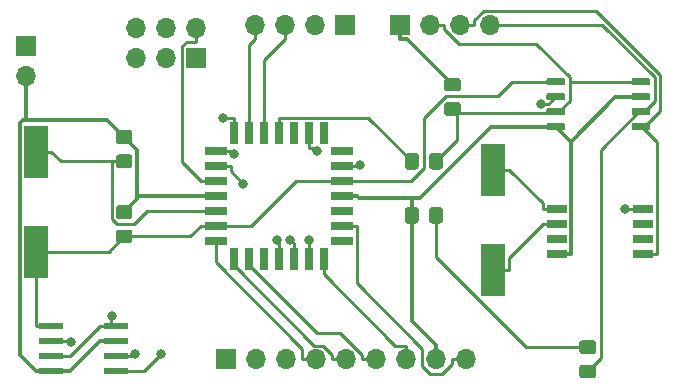
<source format=gtl>
G04 #@! TF.GenerationSoftware,KiCad,Pcbnew,(5.1.5)-3*
G04 #@! TF.CreationDate,2020-12-01T08:46:11+03:00*
G04 #@! TF.ProjectId,project3_4layer,70726f6a-6563-4743-935f-346c61796572,1*
G04 #@! TF.SameCoordinates,Original*
G04 #@! TF.FileFunction,Copper,L1,Top*
G04 #@! TF.FilePolarity,Positive*
%FSLAX46Y46*%
G04 Gerber Fmt 4.6, Leading zero omitted, Abs format (unit mm)*
G04 Created by KiCad (PCBNEW (5.1.5)-3) date 2020-12-01 08:46:11*
%MOMM*%
%LPD*%
G04 APERTURE LIST*
%ADD10O,1.700000X1.700000*%
%ADD11R,1.700000X1.700000*%
%ADD12R,2.000000X4.500000*%
%ADD13R,2.000000X0.600000*%
%ADD14C,0.100000*%
%ADD15R,1.700000X0.650000*%
%ADD16R,1.925000X0.700000*%
%ADD17R,0.700000X1.925000*%
%ADD18C,0.800000*%
%ADD19C,0.300000*%
%ADD20C,0.250000*%
G04 APERTURE END LIST*
D10*
X106299000Y-124206000D03*
X106299000Y-126746000D03*
X108839000Y-124206000D03*
X108839000Y-126746000D03*
X111379000Y-124206000D03*
D11*
X111379000Y-126746000D03*
D10*
X116332000Y-124002000D03*
X118872000Y-124002000D03*
X121412000Y-124002000D03*
D11*
X123952000Y-124002000D03*
D10*
X136271000Y-123952000D03*
X133731000Y-123952000D03*
X131191000Y-123952000D03*
D11*
X128651000Y-123952000D03*
D10*
X134230000Y-152284000D03*
X131690000Y-152284000D03*
X129150000Y-152284000D03*
X126610000Y-152284000D03*
X124070000Y-152284000D03*
X121530000Y-152284000D03*
X118990000Y-152284000D03*
X116450000Y-152284000D03*
D11*
X113910000Y-152284000D03*
D12*
X97790000Y-134688000D03*
X97790000Y-143188000D03*
X136525000Y-144712000D03*
X136525000Y-136212000D03*
D13*
X99129000Y-149479000D03*
X99129000Y-150749000D03*
X99129000Y-152019000D03*
X99129000Y-153289000D03*
X104579000Y-153289000D03*
X104579000Y-152019000D03*
X104579000Y-150749000D03*
X104579000Y-149479000D03*
G04 #@! TA.AperFunction,SMDPad,CuDef*
D14*
G36*
X149706703Y-128478722D02*
G01*
X149721264Y-128480882D01*
X149735543Y-128484459D01*
X149749403Y-128489418D01*
X149762710Y-128495712D01*
X149775336Y-128503280D01*
X149787159Y-128512048D01*
X149798066Y-128521934D01*
X149807952Y-128532841D01*
X149816720Y-128544664D01*
X149824288Y-128557290D01*
X149830582Y-128570597D01*
X149835541Y-128584457D01*
X149839118Y-128598736D01*
X149841278Y-128613297D01*
X149842000Y-128628000D01*
X149842000Y-128928000D01*
X149841278Y-128942703D01*
X149839118Y-128957264D01*
X149835541Y-128971543D01*
X149830582Y-128985403D01*
X149824288Y-128998710D01*
X149816720Y-129011336D01*
X149807952Y-129023159D01*
X149798066Y-129034066D01*
X149787159Y-129043952D01*
X149775336Y-129052720D01*
X149762710Y-129060288D01*
X149749403Y-129066582D01*
X149735543Y-129071541D01*
X149721264Y-129075118D01*
X149706703Y-129077278D01*
X149692000Y-129078000D01*
X148392000Y-129078000D01*
X148377297Y-129077278D01*
X148362736Y-129075118D01*
X148348457Y-129071541D01*
X148334597Y-129066582D01*
X148321290Y-129060288D01*
X148308664Y-129052720D01*
X148296841Y-129043952D01*
X148285934Y-129034066D01*
X148276048Y-129023159D01*
X148267280Y-129011336D01*
X148259712Y-128998710D01*
X148253418Y-128985403D01*
X148248459Y-128971543D01*
X148244882Y-128957264D01*
X148242722Y-128942703D01*
X148242000Y-128928000D01*
X148242000Y-128628000D01*
X148242722Y-128613297D01*
X148244882Y-128598736D01*
X148248459Y-128584457D01*
X148253418Y-128570597D01*
X148259712Y-128557290D01*
X148267280Y-128544664D01*
X148276048Y-128532841D01*
X148285934Y-128521934D01*
X148296841Y-128512048D01*
X148308664Y-128503280D01*
X148321290Y-128495712D01*
X148334597Y-128489418D01*
X148348457Y-128484459D01*
X148362736Y-128480882D01*
X148377297Y-128478722D01*
X148392000Y-128478000D01*
X149692000Y-128478000D01*
X149706703Y-128478722D01*
G37*
G04 #@! TD.AperFunction*
G04 #@! TA.AperFunction,SMDPad,CuDef*
G36*
X149706703Y-129748722D02*
G01*
X149721264Y-129750882D01*
X149735543Y-129754459D01*
X149749403Y-129759418D01*
X149762710Y-129765712D01*
X149775336Y-129773280D01*
X149787159Y-129782048D01*
X149798066Y-129791934D01*
X149807952Y-129802841D01*
X149816720Y-129814664D01*
X149824288Y-129827290D01*
X149830582Y-129840597D01*
X149835541Y-129854457D01*
X149839118Y-129868736D01*
X149841278Y-129883297D01*
X149842000Y-129898000D01*
X149842000Y-130198000D01*
X149841278Y-130212703D01*
X149839118Y-130227264D01*
X149835541Y-130241543D01*
X149830582Y-130255403D01*
X149824288Y-130268710D01*
X149816720Y-130281336D01*
X149807952Y-130293159D01*
X149798066Y-130304066D01*
X149787159Y-130313952D01*
X149775336Y-130322720D01*
X149762710Y-130330288D01*
X149749403Y-130336582D01*
X149735543Y-130341541D01*
X149721264Y-130345118D01*
X149706703Y-130347278D01*
X149692000Y-130348000D01*
X148392000Y-130348000D01*
X148377297Y-130347278D01*
X148362736Y-130345118D01*
X148348457Y-130341541D01*
X148334597Y-130336582D01*
X148321290Y-130330288D01*
X148308664Y-130322720D01*
X148296841Y-130313952D01*
X148285934Y-130304066D01*
X148276048Y-130293159D01*
X148267280Y-130281336D01*
X148259712Y-130268710D01*
X148253418Y-130255403D01*
X148248459Y-130241543D01*
X148244882Y-130227264D01*
X148242722Y-130212703D01*
X148242000Y-130198000D01*
X148242000Y-129898000D01*
X148242722Y-129883297D01*
X148244882Y-129868736D01*
X148248459Y-129854457D01*
X148253418Y-129840597D01*
X148259712Y-129827290D01*
X148267280Y-129814664D01*
X148276048Y-129802841D01*
X148285934Y-129791934D01*
X148296841Y-129782048D01*
X148308664Y-129773280D01*
X148321290Y-129765712D01*
X148334597Y-129759418D01*
X148348457Y-129754459D01*
X148362736Y-129750882D01*
X148377297Y-129748722D01*
X148392000Y-129748000D01*
X149692000Y-129748000D01*
X149706703Y-129748722D01*
G37*
G04 #@! TD.AperFunction*
G04 #@! TA.AperFunction,SMDPad,CuDef*
G36*
X149706703Y-131018722D02*
G01*
X149721264Y-131020882D01*
X149735543Y-131024459D01*
X149749403Y-131029418D01*
X149762710Y-131035712D01*
X149775336Y-131043280D01*
X149787159Y-131052048D01*
X149798066Y-131061934D01*
X149807952Y-131072841D01*
X149816720Y-131084664D01*
X149824288Y-131097290D01*
X149830582Y-131110597D01*
X149835541Y-131124457D01*
X149839118Y-131138736D01*
X149841278Y-131153297D01*
X149842000Y-131168000D01*
X149842000Y-131468000D01*
X149841278Y-131482703D01*
X149839118Y-131497264D01*
X149835541Y-131511543D01*
X149830582Y-131525403D01*
X149824288Y-131538710D01*
X149816720Y-131551336D01*
X149807952Y-131563159D01*
X149798066Y-131574066D01*
X149787159Y-131583952D01*
X149775336Y-131592720D01*
X149762710Y-131600288D01*
X149749403Y-131606582D01*
X149735543Y-131611541D01*
X149721264Y-131615118D01*
X149706703Y-131617278D01*
X149692000Y-131618000D01*
X148392000Y-131618000D01*
X148377297Y-131617278D01*
X148362736Y-131615118D01*
X148348457Y-131611541D01*
X148334597Y-131606582D01*
X148321290Y-131600288D01*
X148308664Y-131592720D01*
X148296841Y-131583952D01*
X148285934Y-131574066D01*
X148276048Y-131563159D01*
X148267280Y-131551336D01*
X148259712Y-131538710D01*
X148253418Y-131525403D01*
X148248459Y-131511543D01*
X148244882Y-131497264D01*
X148242722Y-131482703D01*
X148242000Y-131468000D01*
X148242000Y-131168000D01*
X148242722Y-131153297D01*
X148244882Y-131138736D01*
X148248459Y-131124457D01*
X148253418Y-131110597D01*
X148259712Y-131097290D01*
X148267280Y-131084664D01*
X148276048Y-131072841D01*
X148285934Y-131061934D01*
X148296841Y-131052048D01*
X148308664Y-131043280D01*
X148321290Y-131035712D01*
X148334597Y-131029418D01*
X148348457Y-131024459D01*
X148362736Y-131020882D01*
X148377297Y-131018722D01*
X148392000Y-131018000D01*
X149692000Y-131018000D01*
X149706703Y-131018722D01*
G37*
G04 #@! TD.AperFunction*
G04 #@! TA.AperFunction,SMDPad,CuDef*
G36*
X149706703Y-132288722D02*
G01*
X149721264Y-132290882D01*
X149735543Y-132294459D01*
X149749403Y-132299418D01*
X149762710Y-132305712D01*
X149775336Y-132313280D01*
X149787159Y-132322048D01*
X149798066Y-132331934D01*
X149807952Y-132342841D01*
X149816720Y-132354664D01*
X149824288Y-132367290D01*
X149830582Y-132380597D01*
X149835541Y-132394457D01*
X149839118Y-132408736D01*
X149841278Y-132423297D01*
X149842000Y-132438000D01*
X149842000Y-132738000D01*
X149841278Y-132752703D01*
X149839118Y-132767264D01*
X149835541Y-132781543D01*
X149830582Y-132795403D01*
X149824288Y-132808710D01*
X149816720Y-132821336D01*
X149807952Y-132833159D01*
X149798066Y-132844066D01*
X149787159Y-132853952D01*
X149775336Y-132862720D01*
X149762710Y-132870288D01*
X149749403Y-132876582D01*
X149735543Y-132881541D01*
X149721264Y-132885118D01*
X149706703Y-132887278D01*
X149692000Y-132888000D01*
X148392000Y-132888000D01*
X148377297Y-132887278D01*
X148362736Y-132885118D01*
X148348457Y-132881541D01*
X148334597Y-132876582D01*
X148321290Y-132870288D01*
X148308664Y-132862720D01*
X148296841Y-132853952D01*
X148285934Y-132844066D01*
X148276048Y-132833159D01*
X148267280Y-132821336D01*
X148259712Y-132808710D01*
X148253418Y-132795403D01*
X148248459Y-132781543D01*
X148244882Y-132767264D01*
X148242722Y-132752703D01*
X148242000Y-132738000D01*
X148242000Y-132438000D01*
X148242722Y-132423297D01*
X148244882Y-132408736D01*
X148248459Y-132394457D01*
X148253418Y-132380597D01*
X148259712Y-132367290D01*
X148267280Y-132354664D01*
X148276048Y-132342841D01*
X148285934Y-132331934D01*
X148296841Y-132322048D01*
X148308664Y-132313280D01*
X148321290Y-132305712D01*
X148334597Y-132299418D01*
X148348457Y-132294459D01*
X148362736Y-132290882D01*
X148377297Y-132288722D01*
X148392000Y-132288000D01*
X149692000Y-132288000D01*
X149706703Y-132288722D01*
G37*
G04 #@! TD.AperFunction*
G04 #@! TA.AperFunction,SMDPad,CuDef*
G36*
X142506703Y-132288722D02*
G01*
X142521264Y-132290882D01*
X142535543Y-132294459D01*
X142549403Y-132299418D01*
X142562710Y-132305712D01*
X142575336Y-132313280D01*
X142587159Y-132322048D01*
X142598066Y-132331934D01*
X142607952Y-132342841D01*
X142616720Y-132354664D01*
X142624288Y-132367290D01*
X142630582Y-132380597D01*
X142635541Y-132394457D01*
X142639118Y-132408736D01*
X142641278Y-132423297D01*
X142642000Y-132438000D01*
X142642000Y-132738000D01*
X142641278Y-132752703D01*
X142639118Y-132767264D01*
X142635541Y-132781543D01*
X142630582Y-132795403D01*
X142624288Y-132808710D01*
X142616720Y-132821336D01*
X142607952Y-132833159D01*
X142598066Y-132844066D01*
X142587159Y-132853952D01*
X142575336Y-132862720D01*
X142562710Y-132870288D01*
X142549403Y-132876582D01*
X142535543Y-132881541D01*
X142521264Y-132885118D01*
X142506703Y-132887278D01*
X142492000Y-132888000D01*
X141192000Y-132888000D01*
X141177297Y-132887278D01*
X141162736Y-132885118D01*
X141148457Y-132881541D01*
X141134597Y-132876582D01*
X141121290Y-132870288D01*
X141108664Y-132862720D01*
X141096841Y-132853952D01*
X141085934Y-132844066D01*
X141076048Y-132833159D01*
X141067280Y-132821336D01*
X141059712Y-132808710D01*
X141053418Y-132795403D01*
X141048459Y-132781543D01*
X141044882Y-132767264D01*
X141042722Y-132752703D01*
X141042000Y-132738000D01*
X141042000Y-132438000D01*
X141042722Y-132423297D01*
X141044882Y-132408736D01*
X141048459Y-132394457D01*
X141053418Y-132380597D01*
X141059712Y-132367290D01*
X141067280Y-132354664D01*
X141076048Y-132342841D01*
X141085934Y-132331934D01*
X141096841Y-132322048D01*
X141108664Y-132313280D01*
X141121290Y-132305712D01*
X141134597Y-132299418D01*
X141148457Y-132294459D01*
X141162736Y-132290882D01*
X141177297Y-132288722D01*
X141192000Y-132288000D01*
X142492000Y-132288000D01*
X142506703Y-132288722D01*
G37*
G04 #@! TD.AperFunction*
G04 #@! TA.AperFunction,SMDPad,CuDef*
G36*
X142506703Y-131018722D02*
G01*
X142521264Y-131020882D01*
X142535543Y-131024459D01*
X142549403Y-131029418D01*
X142562710Y-131035712D01*
X142575336Y-131043280D01*
X142587159Y-131052048D01*
X142598066Y-131061934D01*
X142607952Y-131072841D01*
X142616720Y-131084664D01*
X142624288Y-131097290D01*
X142630582Y-131110597D01*
X142635541Y-131124457D01*
X142639118Y-131138736D01*
X142641278Y-131153297D01*
X142642000Y-131168000D01*
X142642000Y-131468000D01*
X142641278Y-131482703D01*
X142639118Y-131497264D01*
X142635541Y-131511543D01*
X142630582Y-131525403D01*
X142624288Y-131538710D01*
X142616720Y-131551336D01*
X142607952Y-131563159D01*
X142598066Y-131574066D01*
X142587159Y-131583952D01*
X142575336Y-131592720D01*
X142562710Y-131600288D01*
X142549403Y-131606582D01*
X142535543Y-131611541D01*
X142521264Y-131615118D01*
X142506703Y-131617278D01*
X142492000Y-131618000D01*
X141192000Y-131618000D01*
X141177297Y-131617278D01*
X141162736Y-131615118D01*
X141148457Y-131611541D01*
X141134597Y-131606582D01*
X141121290Y-131600288D01*
X141108664Y-131592720D01*
X141096841Y-131583952D01*
X141085934Y-131574066D01*
X141076048Y-131563159D01*
X141067280Y-131551336D01*
X141059712Y-131538710D01*
X141053418Y-131525403D01*
X141048459Y-131511543D01*
X141044882Y-131497264D01*
X141042722Y-131482703D01*
X141042000Y-131468000D01*
X141042000Y-131168000D01*
X141042722Y-131153297D01*
X141044882Y-131138736D01*
X141048459Y-131124457D01*
X141053418Y-131110597D01*
X141059712Y-131097290D01*
X141067280Y-131084664D01*
X141076048Y-131072841D01*
X141085934Y-131061934D01*
X141096841Y-131052048D01*
X141108664Y-131043280D01*
X141121290Y-131035712D01*
X141134597Y-131029418D01*
X141148457Y-131024459D01*
X141162736Y-131020882D01*
X141177297Y-131018722D01*
X141192000Y-131018000D01*
X142492000Y-131018000D01*
X142506703Y-131018722D01*
G37*
G04 #@! TD.AperFunction*
G04 #@! TA.AperFunction,SMDPad,CuDef*
G36*
X142506703Y-129748722D02*
G01*
X142521264Y-129750882D01*
X142535543Y-129754459D01*
X142549403Y-129759418D01*
X142562710Y-129765712D01*
X142575336Y-129773280D01*
X142587159Y-129782048D01*
X142598066Y-129791934D01*
X142607952Y-129802841D01*
X142616720Y-129814664D01*
X142624288Y-129827290D01*
X142630582Y-129840597D01*
X142635541Y-129854457D01*
X142639118Y-129868736D01*
X142641278Y-129883297D01*
X142642000Y-129898000D01*
X142642000Y-130198000D01*
X142641278Y-130212703D01*
X142639118Y-130227264D01*
X142635541Y-130241543D01*
X142630582Y-130255403D01*
X142624288Y-130268710D01*
X142616720Y-130281336D01*
X142607952Y-130293159D01*
X142598066Y-130304066D01*
X142587159Y-130313952D01*
X142575336Y-130322720D01*
X142562710Y-130330288D01*
X142549403Y-130336582D01*
X142535543Y-130341541D01*
X142521264Y-130345118D01*
X142506703Y-130347278D01*
X142492000Y-130348000D01*
X141192000Y-130348000D01*
X141177297Y-130347278D01*
X141162736Y-130345118D01*
X141148457Y-130341541D01*
X141134597Y-130336582D01*
X141121290Y-130330288D01*
X141108664Y-130322720D01*
X141096841Y-130313952D01*
X141085934Y-130304066D01*
X141076048Y-130293159D01*
X141067280Y-130281336D01*
X141059712Y-130268710D01*
X141053418Y-130255403D01*
X141048459Y-130241543D01*
X141044882Y-130227264D01*
X141042722Y-130212703D01*
X141042000Y-130198000D01*
X141042000Y-129898000D01*
X141042722Y-129883297D01*
X141044882Y-129868736D01*
X141048459Y-129854457D01*
X141053418Y-129840597D01*
X141059712Y-129827290D01*
X141067280Y-129814664D01*
X141076048Y-129802841D01*
X141085934Y-129791934D01*
X141096841Y-129782048D01*
X141108664Y-129773280D01*
X141121290Y-129765712D01*
X141134597Y-129759418D01*
X141148457Y-129754459D01*
X141162736Y-129750882D01*
X141177297Y-129748722D01*
X141192000Y-129748000D01*
X142492000Y-129748000D01*
X142506703Y-129748722D01*
G37*
G04 #@! TD.AperFunction*
G04 #@! TA.AperFunction,SMDPad,CuDef*
G36*
X142506703Y-128478722D02*
G01*
X142521264Y-128480882D01*
X142535543Y-128484459D01*
X142549403Y-128489418D01*
X142562710Y-128495712D01*
X142575336Y-128503280D01*
X142587159Y-128512048D01*
X142598066Y-128521934D01*
X142607952Y-128532841D01*
X142616720Y-128544664D01*
X142624288Y-128557290D01*
X142630582Y-128570597D01*
X142635541Y-128584457D01*
X142639118Y-128598736D01*
X142641278Y-128613297D01*
X142642000Y-128628000D01*
X142642000Y-128928000D01*
X142641278Y-128942703D01*
X142639118Y-128957264D01*
X142635541Y-128971543D01*
X142630582Y-128985403D01*
X142624288Y-128998710D01*
X142616720Y-129011336D01*
X142607952Y-129023159D01*
X142598066Y-129034066D01*
X142587159Y-129043952D01*
X142575336Y-129052720D01*
X142562710Y-129060288D01*
X142549403Y-129066582D01*
X142535543Y-129071541D01*
X142521264Y-129075118D01*
X142506703Y-129077278D01*
X142492000Y-129078000D01*
X141192000Y-129078000D01*
X141177297Y-129077278D01*
X141162736Y-129075118D01*
X141148457Y-129071541D01*
X141134597Y-129066582D01*
X141121290Y-129060288D01*
X141108664Y-129052720D01*
X141096841Y-129043952D01*
X141085934Y-129034066D01*
X141076048Y-129023159D01*
X141067280Y-129011336D01*
X141059712Y-128998710D01*
X141053418Y-128985403D01*
X141048459Y-128971543D01*
X141044882Y-128957264D01*
X141042722Y-128942703D01*
X141042000Y-128928000D01*
X141042000Y-128628000D01*
X141042722Y-128613297D01*
X141044882Y-128598736D01*
X141048459Y-128584457D01*
X141053418Y-128570597D01*
X141059712Y-128557290D01*
X141067280Y-128544664D01*
X141076048Y-128532841D01*
X141085934Y-128521934D01*
X141096841Y-128512048D01*
X141108664Y-128503280D01*
X141121290Y-128495712D01*
X141134597Y-128489418D01*
X141148457Y-128484459D01*
X141162736Y-128480882D01*
X141177297Y-128478722D01*
X141192000Y-128478000D01*
X142492000Y-128478000D01*
X142506703Y-128478722D01*
G37*
G04 #@! TD.AperFunction*
D15*
X149192000Y-139573000D03*
X149192000Y-140843000D03*
X149192000Y-142113000D03*
X149192000Y-143383000D03*
X141892000Y-143383000D03*
X141892000Y-142113000D03*
X141892000Y-140843000D03*
X141892000Y-139573000D03*
D16*
X123686500Y-134620000D03*
X123686500Y-135890000D03*
X123686500Y-137160000D03*
X123686500Y-138430000D03*
X123686500Y-139700000D03*
X123686500Y-140970000D03*
X123686500Y-142240000D03*
D17*
X122174000Y-143752500D03*
X120904000Y-143752500D03*
X119634000Y-143752500D03*
X118364000Y-143752500D03*
X117094000Y-143752500D03*
X115824000Y-143752500D03*
X114554000Y-143752500D03*
D16*
X113041500Y-142240000D03*
X113041500Y-140970000D03*
X113041500Y-139700000D03*
X113041500Y-138430000D03*
X113041500Y-137160000D03*
X113041500Y-135890000D03*
X113041500Y-134620000D03*
D17*
X122174000Y-133107500D03*
X120904000Y-133107500D03*
X119634000Y-133107500D03*
X114554000Y-133107500D03*
X115824000Y-133107500D03*
X117094000Y-133107500D03*
X118364000Y-133107500D03*
G04 #@! TA.AperFunction,SMDPad,CuDef*
D14*
G36*
X132035505Y-139382204D02*
G01*
X132059773Y-139385804D01*
X132083572Y-139391765D01*
X132106671Y-139400030D01*
X132128850Y-139410520D01*
X132149893Y-139423132D01*
X132169599Y-139437747D01*
X132187777Y-139454223D01*
X132204253Y-139472401D01*
X132218868Y-139492107D01*
X132231480Y-139513150D01*
X132241970Y-139535329D01*
X132250235Y-139558428D01*
X132256196Y-139582227D01*
X132259796Y-139606495D01*
X132261000Y-139630999D01*
X132261000Y-140531001D01*
X132259796Y-140555505D01*
X132256196Y-140579773D01*
X132250235Y-140603572D01*
X132241970Y-140626671D01*
X132231480Y-140648850D01*
X132218868Y-140669893D01*
X132204253Y-140689599D01*
X132187777Y-140707777D01*
X132169599Y-140724253D01*
X132149893Y-140738868D01*
X132128850Y-140751480D01*
X132106671Y-140761970D01*
X132083572Y-140770235D01*
X132059773Y-140776196D01*
X132035505Y-140779796D01*
X132011001Y-140781000D01*
X131360999Y-140781000D01*
X131336495Y-140779796D01*
X131312227Y-140776196D01*
X131288428Y-140770235D01*
X131265329Y-140761970D01*
X131243150Y-140751480D01*
X131222107Y-140738868D01*
X131202401Y-140724253D01*
X131184223Y-140707777D01*
X131167747Y-140689599D01*
X131153132Y-140669893D01*
X131140520Y-140648850D01*
X131130030Y-140626671D01*
X131121765Y-140603572D01*
X131115804Y-140579773D01*
X131112204Y-140555505D01*
X131111000Y-140531001D01*
X131111000Y-139630999D01*
X131112204Y-139606495D01*
X131115804Y-139582227D01*
X131121765Y-139558428D01*
X131130030Y-139535329D01*
X131140520Y-139513150D01*
X131153132Y-139492107D01*
X131167747Y-139472401D01*
X131184223Y-139454223D01*
X131202401Y-139437747D01*
X131222107Y-139423132D01*
X131243150Y-139410520D01*
X131265329Y-139400030D01*
X131288428Y-139391765D01*
X131312227Y-139385804D01*
X131336495Y-139382204D01*
X131360999Y-139381000D01*
X132011001Y-139381000D01*
X132035505Y-139382204D01*
G37*
G04 #@! TD.AperFunction*
G04 #@! TA.AperFunction,SMDPad,CuDef*
G36*
X129985505Y-139382204D02*
G01*
X130009773Y-139385804D01*
X130033572Y-139391765D01*
X130056671Y-139400030D01*
X130078850Y-139410520D01*
X130099893Y-139423132D01*
X130119599Y-139437747D01*
X130137777Y-139454223D01*
X130154253Y-139472401D01*
X130168868Y-139492107D01*
X130181480Y-139513150D01*
X130191970Y-139535329D01*
X130200235Y-139558428D01*
X130206196Y-139582227D01*
X130209796Y-139606495D01*
X130211000Y-139630999D01*
X130211000Y-140531001D01*
X130209796Y-140555505D01*
X130206196Y-140579773D01*
X130200235Y-140603572D01*
X130191970Y-140626671D01*
X130181480Y-140648850D01*
X130168868Y-140669893D01*
X130154253Y-140689599D01*
X130137777Y-140707777D01*
X130119599Y-140724253D01*
X130099893Y-140738868D01*
X130078850Y-140751480D01*
X130056671Y-140761970D01*
X130033572Y-140770235D01*
X130009773Y-140776196D01*
X129985505Y-140779796D01*
X129961001Y-140781000D01*
X129310999Y-140781000D01*
X129286495Y-140779796D01*
X129262227Y-140776196D01*
X129238428Y-140770235D01*
X129215329Y-140761970D01*
X129193150Y-140751480D01*
X129172107Y-140738868D01*
X129152401Y-140724253D01*
X129134223Y-140707777D01*
X129117747Y-140689599D01*
X129103132Y-140669893D01*
X129090520Y-140648850D01*
X129080030Y-140626671D01*
X129071765Y-140603572D01*
X129065804Y-140579773D01*
X129062204Y-140555505D01*
X129061000Y-140531001D01*
X129061000Y-139630999D01*
X129062204Y-139606495D01*
X129065804Y-139582227D01*
X129071765Y-139558428D01*
X129080030Y-139535329D01*
X129090520Y-139513150D01*
X129103132Y-139492107D01*
X129117747Y-139472401D01*
X129134223Y-139454223D01*
X129152401Y-139437747D01*
X129172107Y-139423132D01*
X129193150Y-139410520D01*
X129215329Y-139400030D01*
X129238428Y-139391765D01*
X129262227Y-139385804D01*
X129286495Y-139382204D01*
X129310999Y-139381000D01*
X129961001Y-139381000D01*
X129985505Y-139382204D01*
G37*
G04 #@! TD.AperFunction*
G04 #@! TA.AperFunction,SMDPad,CuDef*
G36*
X129985505Y-134810204D02*
G01*
X130009773Y-134813804D01*
X130033572Y-134819765D01*
X130056671Y-134828030D01*
X130078850Y-134838520D01*
X130099893Y-134851132D01*
X130119599Y-134865747D01*
X130137777Y-134882223D01*
X130154253Y-134900401D01*
X130168868Y-134920107D01*
X130181480Y-134941150D01*
X130191970Y-134963329D01*
X130200235Y-134986428D01*
X130206196Y-135010227D01*
X130209796Y-135034495D01*
X130211000Y-135058999D01*
X130211000Y-135959001D01*
X130209796Y-135983505D01*
X130206196Y-136007773D01*
X130200235Y-136031572D01*
X130191970Y-136054671D01*
X130181480Y-136076850D01*
X130168868Y-136097893D01*
X130154253Y-136117599D01*
X130137777Y-136135777D01*
X130119599Y-136152253D01*
X130099893Y-136166868D01*
X130078850Y-136179480D01*
X130056671Y-136189970D01*
X130033572Y-136198235D01*
X130009773Y-136204196D01*
X129985505Y-136207796D01*
X129961001Y-136209000D01*
X129310999Y-136209000D01*
X129286495Y-136207796D01*
X129262227Y-136204196D01*
X129238428Y-136198235D01*
X129215329Y-136189970D01*
X129193150Y-136179480D01*
X129172107Y-136166868D01*
X129152401Y-136152253D01*
X129134223Y-136135777D01*
X129117747Y-136117599D01*
X129103132Y-136097893D01*
X129090520Y-136076850D01*
X129080030Y-136054671D01*
X129071765Y-136031572D01*
X129065804Y-136007773D01*
X129062204Y-135983505D01*
X129061000Y-135959001D01*
X129061000Y-135058999D01*
X129062204Y-135034495D01*
X129065804Y-135010227D01*
X129071765Y-134986428D01*
X129080030Y-134963329D01*
X129090520Y-134941150D01*
X129103132Y-134920107D01*
X129117747Y-134900401D01*
X129134223Y-134882223D01*
X129152401Y-134865747D01*
X129172107Y-134851132D01*
X129193150Y-134838520D01*
X129215329Y-134828030D01*
X129238428Y-134819765D01*
X129262227Y-134813804D01*
X129286495Y-134810204D01*
X129310999Y-134809000D01*
X129961001Y-134809000D01*
X129985505Y-134810204D01*
G37*
G04 #@! TD.AperFunction*
G04 #@! TA.AperFunction,SMDPad,CuDef*
G36*
X132035505Y-134810204D02*
G01*
X132059773Y-134813804D01*
X132083572Y-134819765D01*
X132106671Y-134828030D01*
X132128850Y-134838520D01*
X132149893Y-134851132D01*
X132169599Y-134865747D01*
X132187777Y-134882223D01*
X132204253Y-134900401D01*
X132218868Y-134920107D01*
X132231480Y-134941150D01*
X132241970Y-134963329D01*
X132250235Y-134986428D01*
X132256196Y-135010227D01*
X132259796Y-135034495D01*
X132261000Y-135058999D01*
X132261000Y-135959001D01*
X132259796Y-135983505D01*
X132256196Y-136007773D01*
X132250235Y-136031572D01*
X132241970Y-136054671D01*
X132231480Y-136076850D01*
X132218868Y-136097893D01*
X132204253Y-136117599D01*
X132187777Y-136135777D01*
X132169599Y-136152253D01*
X132149893Y-136166868D01*
X132128850Y-136179480D01*
X132106671Y-136189970D01*
X132083572Y-136198235D01*
X132059773Y-136204196D01*
X132035505Y-136207796D01*
X132011001Y-136209000D01*
X131360999Y-136209000D01*
X131336495Y-136207796D01*
X131312227Y-136204196D01*
X131288428Y-136198235D01*
X131265329Y-136189970D01*
X131243150Y-136179480D01*
X131222107Y-136166868D01*
X131202401Y-136152253D01*
X131184223Y-136135777D01*
X131167747Y-136117599D01*
X131153132Y-136097893D01*
X131140520Y-136076850D01*
X131130030Y-136054671D01*
X131121765Y-136031572D01*
X131115804Y-136007773D01*
X131112204Y-135983505D01*
X131111000Y-135959001D01*
X131111000Y-135058999D01*
X131112204Y-135034495D01*
X131115804Y-135010227D01*
X131121765Y-134986428D01*
X131130030Y-134963329D01*
X131140520Y-134941150D01*
X131153132Y-134920107D01*
X131167747Y-134900401D01*
X131184223Y-134882223D01*
X131202401Y-134865747D01*
X131222107Y-134851132D01*
X131243150Y-134838520D01*
X131265329Y-134828030D01*
X131288428Y-134819765D01*
X131312227Y-134813804D01*
X131336495Y-134810204D01*
X131360999Y-134809000D01*
X132011001Y-134809000D01*
X132035505Y-134810204D01*
G37*
G04 #@! TD.AperFunction*
G04 #@! TA.AperFunction,SMDPad,CuDef*
G36*
X145000505Y-150674204D02*
G01*
X145024773Y-150677804D01*
X145048572Y-150683765D01*
X145071671Y-150692030D01*
X145093850Y-150702520D01*
X145114893Y-150715132D01*
X145134599Y-150729747D01*
X145152777Y-150746223D01*
X145169253Y-150764401D01*
X145183868Y-150784107D01*
X145196480Y-150805150D01*
X145206970Y-150827329D01*
X145215235Y-150850428D01*
X145221196Y-150874227D01*
X145224796Y-150898495D01*
X145226000Y-150922999D01*
X145226000Y-151573001D01*
X145224796Y-151597505D01*
X145221196Y-151621773D01*
X145215235Y-151645572D01*
X145206970Y-151668671D01*
X145196480Y-151690850D01*
X145183868Y-151711893D01*
X145169253Y-151731599D01*
X145152777Y-151749777D01*
X145134599Y-151766253D01*
X145114893Y-151780868D01*
X145093850Y-151793480D01*
X145071671Y-151803970D01*
X145048572Y-151812235D01*
X145024773Y-151818196D01*
X145000505Y-151821796D01*
X144976001Y-151823000D01*
X144075999Y-151823000D01*
X144051495Y-151821796D01*
X144027227Y-151818196D01*
X144003428Y-151812235D01*
X143980329Y-151803970D01*
X143958150Y-151793480D01*
X143937107Y-151780868D01*
X143917401Y-151766253D01*
X143899223Y-151749777D01*
X143882747Y-151731599D01*
X143868132Y-151711893D01*
X143855520Y-151690850D01*
X143845030Y-151668671D01*
X143836765Y-151645572D01*
X143830804Y-151621773D01*
X143827204Y-151597505D01*
X143826000Y-151573001D01*
X143826000Y-150922999D01*
X143827204Y-150898495D01*
X143830804Y-150874227D01*
X143836765Y-150850428D01*
X143845030Y-150827329D01*
X143855520Y-150805150D01*
X143868132Y-150784107D01*
X143882747Y-150764401D01*
X143899223Y-150746223D01*
X143917401Y-150729747D01*
X143937107Y-150715132D01*
X143958150Y-150702520D01*
X143980329Y-150692030D01*
X144003428Y-150683765D01*
X144027227Y-150677804D01*
X144051495Y-150674204D01*
X144075999Y-150673000D01*
X144976001Y-150673000D01*
X145000505Y-150674204D01*
G37*
G04 #@! TD.AperFunction*
G04 #@! TA.AperFunction,SMDPad,CuDef*
G36*
X145000505Y-152724204D02*
G01*
X145024773Y-152727804D01*
X145048572Y-152733765D01*
X145071671Y-152742030D01*
X145093850Y-152752520D01*
X145114893Y-152765132D01*
X145134599Y-152779747D01*
X145152777Y-152796223D01*
X145169253Y-152814401D01*
X145183868Y-152834107D01*
X145196480Y-152855150D01*
X145206970Y-152877329D01*
X145215235Y-152900428D01*
X145221196Y-152924227D01*
X145224796Y-152948495D01*
X145226000Y-152972999D01*
X145226000Y-153623001D01*
X145224796Y-153647505D01*
X145221196Y-153671773D01*
X145215235Y-153695572D01*
X145206970Y-153718671D01*
X145196480Y-153740850D01*
X145183868Y-153761893D01*
X145169253Y-153781599D01*
X145152777Y-153799777D01*
X145134599Y-153816253D01*
X145114893Y-153830868D01*
X145093850Y-153843480D01*
X145071671Y-153853970D01*
X145048572Y-153862235D01*
X145024773Y-153868196D01*
X145000505Y-153871796D01*
X144976001Y-153873000D01*
X144075999Y-153873000D01*
X144051495Y-153871796D01*
X144027227Y-153868196D01*
X144003428Y-153862235D01*
X143980329Y-153853970D01*
X143958150Y-153843480D01*
X143937107Y-153830868D01*
X143917401Y-153816253D01*
X143899223Y-153799777D01*
X143882747Y-153781599D01*
X143868132Y-153761893D01*
X143855520Y-153740850D01*
X143845030Y-153718671D01*
X143836765Y-153695572D01*
X143830804Y-153671773D01*
X143827204Y-153647505D01*
X143826000Y-153623001D01*
X143826000Y-152972999D01*
X143827204Y-152948495D01*
X143830804Y-152924227D01*
X143836765Y-152900428D01*
X143845030Y-152877329D01*
X143855520Y-152855150D01*
X143868132Y-152834107D01*
X143882747Y-152814401D01*
X143899223Y-152796223D01*
X143917401Y-152779747D01*
X143937107Y-152765132D01*
X143958150Y-152752520D01*
X143980329Y-152742030D01*
X144003428Y-152733765D01*
X144027227Y-152727804D01*
X144051495Y-152724204D01*
X144075999Y-152723000D01*
X144976001Y-152723000D01*
X145000505Y-152724204D01*
G37*
G04 #@! TD.AperFunction*
G04 #@! TA.AperFunction,SMDPad,CuDef*
G36*
X105757505Y-141294204D02*
G01*
X105781773Y-141297804D01*
X105805572Y-141303765D01*
X105828671Y-141312030D01*
X105850850Y-141322520D01*
X105871893Y-141335132D01*
X105891599Y-141349747D01*
X105909777Y-141366223D01*
X105926253Y-141384401D01*
X105940868Y-141404107D01*
X105953480Y-141425150D01*
X105963970Y-141447329D01*
X105972235Y-141470428D01*
X105978196Y-141494227D01*
X105981796Y-141518495D01*
X105983000Y-141542999D01*
X105983000Y-142193001D01*
X105981796Y-142217505D01*
X105978196Y-142241773D01*
X105972235Y-142265572D01*
X105963970Y-142288671D01*
X105953480Y-142310850D01*
X105940868Y-142331893D01*
X105926253Y-142351599D01*
X105909777Y-142369777D01*
X105891599Y-142386253D01*
X105871893Y-142400868D01*
X105850850Y-142413480D01*
X105828671Y-142423970D01*
X105805572Y-142432235D01*
X105781773Y-142438196D01*
X105757505Y-142441796D01*
X105733001Y-142443000D01*
X104832999Y-142443000D01*
X104808495Y-142441796D01*
X104784227Y-142438196D01*
X104760428Y-142432235D01*
X104737329Y-142423970D01*
X104715150Y-142413480D01*
X104694107Y-142400868D01*
X104674401Y-142386253D01*
X104656223Y-142369777D01*
X104639747Y-142351599D01*
X104625132Y-142331893D01*
X104612520Y-142310850D01*
X104602030Y-142288671D01*
X104593765Y-142265572D01*
X104587804Y-142241773D01*
X104584204Y-142217505D01*
X104583000Y-142193001D01*
X104583000Y-141542999D01*
X104584204Y-141518495D01*
X104587804Y-141494227D01*
X104593765Y-141470428D01*
X104602030Y-141447329D01*
X104612520Y-141425150D01*
X104625132Y-141404107D01*
X104639747Y-141384401D01*
X104656223Y-141366223D01*
X104674401Y-141349747D01*
X104694107Y-141335132D01*
X104715150Y-141322520D01*
X104737329Y-141312030D01*
X104760428Y-141303765D01*
X104784227Y-141297804D01*
X104808495Y-141294204D01*
X104832999Y-141293000D01*
X105733001Y-141293000D01*
X105757505Y-141294204D01*
G37*
G04 #@! TD.AperFunction*
G04 #@! TA.AperFunction,SMDPad,CuDef*
G36*
X105757505Y-139244204D02*
G01*
X105781773Y-139247804D01*
X105805572Y-139253765D01*
X105828671Y-139262030D01*
X105850850Y-139272520D01*
X105871893Y-139285132D01*
X105891599Y-139299747D01*
X105909777Y-139316223D01*
X105926253Y-139334401D01*
X105940868Y-139354107D01*
X105953480Y-139375150D01*
X105963970Y-139397329D01*
X105972235Y-139420428D01*
X105978196Y-139444227D01*
X105981796Y-139468495D01*
X105983000Y-139492999D01*
X105983000Y-140143001D01*
X105981796Y-140167505D01*
X105978196Y-140191773D01*
X105972235Y-140215572D01*
X105963970Y-140238671D01*
X105953480Y-140260850D01*
X105940868Y-140281893D01*
X105926253Y-140301599D01*
X105909777Y-140319777D01*
X105891599Y-140336253D01*
X105871893Y-140350868D01*
X105850850Y-140363480D01*
X105828671Y-140373970D01*
X105805572Y-140382235D01*
X105781773Y-140388196D01*
X105757505Y-140391796D01*
X105733001Y-140393000D01*
X104832999Y-140393000D01*
X104808495Y-140391796D01*
X104784227Y-140388196D01*
X104760428Y-140382235D01*
X104737329Y-140373970D01*
X104715150Y-140363480D01*
X104694107Y-140350868D01*
X104674401Y-140336253D01*
X104656223Y-140319777D01*
X104639747Y-140301599D01*
X104625132Y-140281893D01*
X104612520Y-140260850D01*
X104602030Y-140238671D01*
X104593765Y-140215572D01*
X104587804Y-140191773D01*
X104584204Y-140167505D01*
X104583000Y-140143001D01*
X104583000Y-139492999D01*
X104584204Y-139468495D01*
X104587804Y-139444227D01*
X104593765Y-139420428D01*
X104602030Y-139397329D01*
X104612520Y-139375150D01*
X104625132Y-139354107D01*
X104639747Y-139334401D01*
X104656223Y-139316223D01*
X104674401Y-139299747D01*
X104694107Y-139285132D01*
X104715150Y-139272520D01*
X104737329Y-139262030D01*
X104760428Y-139253765D01*
X104784227Y-139247804D01*
X104808495Y-139244204D01*
X104832999Y-139243000D01*
X105733001Y-139243000D01*
X105757505Y-139244204D01*
G37*
G04 #@! TD.AperFunction*
G04 #@! TA.AperFunction,SMDPad,CuDef*
G36*
X105757505Y-132885204D02*
G01*
X105781773Y-132888804D01*
X105805572Y-132894765D01*
X105828671Y-132903030D01*
X105850850Y-132913520D01*
X105871893Y-132926132D01*
X105891599Y-132940747D01*
X105909777Y-132957223D01*
X105926253Y-132975401D01*
X105940868Y-132995107D01*
X105953480Y-133016150D01*
X105963970Y-133038329D01*
X105972235Y-133061428D01*
X105978196Y-133085227D01*
X105981796Y-133109495D01*
X105983000Y-133133999D01*
X105983000Y-133784001D01*
X105981796Y-133808505D01*
X105978196Y-133832773D01*
X105972235Y-133856572D01*
X105963970Y-133879671D01*
X105953480Y-133901850D01*
X105940868Y-133922893D01*
X105926253Y-133942599D01*
X105909777Y-133960777D01*
X105891599Y-133977253D01*
X105871893Y-133991868D01*
X105850850Y-134004480D01*
X105828671Y-134014970D01*
X105805572Y-134023235D01*
X105781773Y-134029196D01*
X105757505Y-134032796D01*
X105733001Y-134034000D01*
X104832999Y-134034000D01*
X104808495Y-134032796D01*
X104784227Y-134029196D01*
X104760428Y-134023235D01*
X104737329Y-134014970D01*
X104715150Y-134004480D01*
X104694107Y-133991868D01*
X104674401Y-133977253D01*
X104656223Y-133960777D01*
X104639747Y-133942599D01*
X104625132Y-133922893D01*
X104612520Y-133901850D01*
X104602030Y-133879671D01*
X104593765Y-133856572D01*
X104587804Y-133832773D01*
X104584204Y-133808505D01*
X104583000Y-133784001D01*
X104583000Y-133133999D01*
X104584204Y-133109495D01*
X104587804Y-133085227D01*
X104593765Y-133061428D01*
X104602030Y-133038329D01*
X104612520Y-133016150D01*
X104625132Y-132995107D01*
X104639747Y-132975401D01*
X104656223Y-132957223D01*
X104674401Y-132940747D01*
X104694107Y-132926132D01*
X104715150Y-132913520D01*
X104737329Y-132903030D01*
X104760428Y-132894765D01*
X104784227Y-132888804D01*
X104808495Y-132885204D01*
X104832999Y-132884000D01*
X105733001Y-132884000D01*
X105757505Y-132885204D01*
G37*
G04 #@! TD.AperFunction*
G04 #@! TA.AperFunction,SMDPad,CuDef*
G36*
X105757505Y-134935204D02*
G01*
X105781773Y-134938804D01*
X105805572Y-134944765D01*
X105828671Y-134953030D01*
X105850850Y-134963520D01*
X105871893Y-134976132D01*
X105891599Y-134990747D01*
X105909777Y-135007223D01*
X105926253Y-135025401D01*
X105940868Y-135045107D01*
X105953480Y-135066150D01*
X105963970Y-135088329D01*
X105972235Y-135111428D01*
X105978196Y-135135227D01*
X105981796Y-135159495D01*
X105983000Y-135183999D01*
X105983000Y-135834001D01*
X105981796Y-135858505D01*
X105978196Y-135882773D01*
X105972235Y-135906572D01*
X105963970Y-135929671D01*
X105953480Y-135951850D01*
X105940868Y-135972893D01*
X105926253Y-135992599D01*
X105909777Y-136010777D01*
X105891599Y-136027253D01*
X105871893Y-136041868D01*
X105850850Y-136054480D01*
X105828671Y-136064970D01*
X105805572Y-136073235D01*
X105781773Y-136079196D01*
X105757505Y-136082796D01*
X105733001Y-136084000D01*
X104832999Y-136084000D01*
X104808495Y-136082796D01*
X104784227Y-136079196D01*
X104760428Y-136073235D01*
X104737329Y-136064970D01*
X104715150Y-136054480D01*
X104694107Y-136041868D01*
X104674401Y-136027253D01*
X104656223Y-136010777D01*
X104639747Y-135992599D01*
X104625132Y-135972893D01*
X104612520Y-135951850D01*
X104602030Y-135929671D01*
X104593765Y-135906572D01*
X104587804Y-135882773D01*
X104584204Y-135858505D01*
X104583000Y-135834001D01*
X104583000Y-135183999D01*
X104584204Y-135159495D01*
X104587804Y-135135227D01*
X104593765Y-135111428D01*
X104602030Y-135088329D01*
X104612520Y-135066150D01*
X104625132Y-135045107D01*
X104639747Y-135025401D01*
X104656223Y-135007223D01*
X104674401Y-134990747D01*
X104694107Y-134976132D01*
X104715150Y-134963520D01*
X104737329Y-134953030D01*
X104760428Y-134944765D01*
X104784227Y-134938804D01*
X104808495Y-134935204D01*
X104832999Y-134934000D01*
X105733001Y-134934000D01*
X105757505Y-134935204D01*
G37*
G04 #@! TD.AperFunction*
G04 #@! TA.AperFunction,SMDPad,CuDef*
G36*
X133559505Y-128449204D02*
G01*
X133583773Y-128452804D01*
X133607572Y-128458765D01*
X133630671Y-128467030D01*
X133652850Y-128477520D01*
X133673893Y-128490132D01*
X133693599Y-128504747D01*
X133711777Y-128521223D01*
X133728253Y-128539401D01*
X133742868Y-128559107D01*
X133755480Y-128580150D01*
X133765970Y-128602329D01*
X133774235Y-128625428D01*
X133780196Y-128649227D01*
X133783796Y-128673495D01*
X133785000Y-128697999D01*
X133785000Y-129348001D01*
X133783796Y-129372505D01*
X133780196Y-129396773D01*
X133774235Y-129420572D01*
X133765970Y-129443671D01*
X133755480Y-129465850D01*
X133742868Y-129486893D01*
X133728253Y-129506599D01*
X133711777Y-129524777D01*
X133693599Y-129541253D01*
X133673893Y-129555868D01*
X133652850Y-129568480D01*
X133630671Y-129578970D01*
X133607572Y-129587235D01*
X133583773Y-129593196D01*
X133559505Y-129596796D01*
X133535001Y-129598000D01*
X132634999Y-129598000D01*
X132610495Y-129596796D01*
X132586227Y-129593196D01*
X132562428Y-129587235D01*
X132539329Y-129578970D01*
X132517150Y-129568480D01*
X132496107Y-129555868D01*
X132476401Y-129541253D01*
X132458223Y-129524777D01*
X132441747Y-129506599D01*
X132427132Y-129486893D01*
X132414520Y-129465850D01*
X132404030Y-129443671D01*
X132395765Y-129420572D01*
X132389804Y-129396773D01*
X132386204Y-129372505D01*
X132385000Y-129348001D01*
X132385000Y-128697999D01*
X132386204Y-128673495D01*
X132389804Y-128649227D01*
X132395765Y-128625428D01*
X132404030Y-128602329D01*
X132414520Y-128580150D01*
X132427132Y-128559107D01*
X132441747Y-128539401D01*
X132458223Y-128521223D01*
X132476401Y-128504747D01*
X132496107Y-128490132D01*
X132517150Y-128477520D01*
X132539329Y-128467030D01*
X132562428Y-128458765D01*
X132586227Y-128452804D01*
X132610495Y-128449204D01*
X132634999Y-128448000D01*
X133535001Y-128448000D01*
X133559505Y-128449204D01*
G37*
G04 #@! TD.AperFunction*
G04 #@! TA.AperFunction,SMDPad,CuDef*
G36*
X133559505Y-130499204D02*
G01*
X133583773Y-130502804D01*
X133607572Y-130508765D01*
X133630671Y-130517030D01*
X133652850Y-130527520D01*
X133673893Y-130540132D01*
X133693599Y-130554747D01*
X133711777Y-130571223D01*
X133728253Y-130589401D01*
X133742868Y-130609107D01*
X133755480Y-130630150D01*
X133765970Y-130652329D01*
X133774235Y-130675428D01*
X133780196Y-130699227D01*
X133783796Y-130723495D01*
X133785000Y-130747999D01*
X133785000Y-131398001D01*
X133783796Y-131422505D01*
X133780196Y-131446773D01*
X133774235Y-131470572D01*
X133765970Y-131493671D01*
X133755480Y-131515850D01*
X133742868Y-131536893D01*
X133728253Y-131556599D01*
X133711777Y-131574777D01*
X133693599Y-131591253D01*
X133673893Y-131605868D01*
X133652850Y-131618480D01*
X133630671Y-131628970D01*
X133607572Y-131637235D01*
X133583773Y-131643196D01*
X133559505Y-131646796D01*
X133535001Y-131648000D01*
X132634999Y-131648000D01*
X132610495Y-131646796D01*
X132586227Y-131643196D01*
X132562428Y-131637235D01*
X132539329Y-131628970D01*
X132517150Y-131618480D01*
X132496107Y-131605868D01*
X132476401Y-131591253D01*
X132458223Y-131574777D01*
X132441747Y-131556599D01*
X132427132Y-131536893D01*
X132414520Y-131515850D01*
X132404030Y-131493671D01*
X132395765Y-131470572D01*
X132389804Y-131446773D01*
X132386204Y-131422505D01*
X132385000Y-131398001D01*
X132385000Y-130747999D01*
X132386204Y-130723495D01*
X132389804Y-130699227D01*
X132395765Y-130675428D01*
X132404030Y-130652329D01*
X132414520Y-130630150D01*
X132427132Y-130609107D01*
X132441747Y-130589401D01*
X132458223Y-130571223D01*
X132476401Y-130554747D01*
X132496107Y-130540132D01*
X132517150Y-130527520D01*
X132539329Y-130517030D01*
X132562428Y-130508765D01*
X132586227Y-130502804D01*
X132610495Y-130499204D01*
X132634999Y-130498000D01*
X133535001Y-130498000D01*
X133559505Y-130499204D01*
G37*
G04 #@! TD.AperFunction*
D10*
X96990000Y-128270000D03*
D11*
X96990000Y-125730000D03*
D18*
X104243800Y-148567400D03*
X147716100Y-139573000D03*
X120904000Y-142183400D03*
X106184600Y-151818600D03*
X115361200Y-137405500D03*
X114610200Y-134900900D03*
X113675700Y-131819700D03*
X108410400Y-151844100D03*
X121642800Y-134671200D03*
X118191700Y-142177000D03*
X119346500Y-142177200D03*
X100776600Y-150773600D03*
X140611800Y-130683000D03*
X125269500Y-135813500D03*
D19*
X128651000Y-123952000D02*
X128651000Y-125152300D01*
X128651000Y-125152300D02*
X129214300Y-125152300D01*
X129214300Y-125152300D02*
X133085000Y-129023000D01*
X129636000Y-138636200D02*
X125205500Y-138636200D01*
X125205500Y-138636200D02*
X124999300Y-138430000D01*
X141842000Y-132588000D02*
X136371200Y-132588000D01*
X136371200Y-132588000D02*
X130323000Y-138636200D01*
X130323000Y-138636200D02*
X129636000Y-138636200D01*
X129636000Y-140081000D02*
X129636000Y-138636200D01*
X123686500Y-138430000D02*
X124999300Y-138430000D01*
X96990000Y-132034200D02*
X103858200Y-132034200D01*
X103858200Y-132034200D02*
X105283000Y-133459000D01*
X97778700Y-153289000D02*
X96439400Y-151949700D01*
X96439400Y-151949700D02*
X96439400Y-132275000D01*
X96439400Y-132275000D02*
X96680200Y-132034200D01*
X96680200Y-132034200D02*
X96990000Y-132034200D01*
X96990000Y-129470300D02*
X96990000Y-132034200D01*
X99129000Y-153289000D02*
X97778700Y-153289000D01*
X96990000Y-128270000D02*
X96990000Y-129470300D01*
X131690000Y-152284000D02*
X131690000Y-151083700D01*
X131690000Y-151083700D02*
X129636000Y-149029700D01*
X129636000Y-149029700D02*
X129636000Y-140081000D01*
X141892000Y-143383000D02*
X143092300Y-143383000D01*
X143092300Y-133838300D02*
X143092300Y-143383000D01*
X149042000Y-130048000D02*
X146882600Y-130048000D01*
X146882600Y-130048000D02*
X143092300Y-133838300D01*
X143092300Y-133838300D02*
X141842000Y-132588000D01*
X104579000Y-150749000D02*
X103228700Y-150749000D01*
X103228700Y-150749000D02*
X100688700Y-153289000D01*
X100688700Y-153289000D02*
X99129000Y-153289000D01*
X105283000Y-133459000D02*
X106383300Y-134559300D01*
X106383300Y-134559300D02*
X106383300Y-138430000D01*
X106383300Y-138430000D02*
X106383300Y-138717700D01*
X106383300Y-138717700D02*
X105283000Y-139818000D01*
X106383300Y-138430000D02*
X111728700Y-138430000D01*
X113041500Y-138430000D02*
X111728700Y-138430000D01*
D20*
X133476300Y-131464300D02*
X133085000Y-131073000D01*
X141842000Y-131318000D02*
X141695700Y-131464300D01*
X141695700Y-131464300D02*
X133476300Y-131464300D01*
X133476300Y-131464300D02*
X133476300Y-133718700D01*
X133476300Y-133718700D02*
X131686000Y-135509000D01*
X142993300Y-128778000D02*
X142993300Y-130382700D01*
X142993300Y-130382700D02*
X142058000Y-131318000D01*
X142058000Y-131318000D02*
X141842000Y-131318000D01*
X132366300Y-123952000D02*
X132366300Y-124319400D01*
X132366300Y-124319400D02*
X133624500Y-125577600D01*
X133624500Y-125577600D02*
X140184500Y-125577600D01*
X140184500Y-125577600D02*
X142993300Y-128386400D01*
X142993300Y-128386400D02*
X142993300Y-128778000D01*
X123686500Y-140970000D02*
X124974300Y-140970000D01*
X134230000Y-152284000D02*
X133054700Y-152284000D01*
X133054700Y-152284000D02*
X133054700Y-152651300D01*
X133054700Y-152651300D02*
X132195200Y-153510800D01*
X132195200Y-153510800D02*
X131191400Y-153510800D01*
X131191400Y-153510800D02*
X130514600Y-152834000D01*
X130514600Y-152834000D02*
X130514600Y-151380300D01*
X130514600Y-151380300D02*
X124974300Y-145840000D01*
X124974300Y-145840000D02*
X124974300Y-140970000D01*
X131191000Y-123952000D02*
X132366300Y-123952000D01*
X104243800Y-148567400D02*
X104145000Y-148666200D01*
X104145000Y-148666200D02*
X104145000Y-149479000D01*
X104145000Y-149479000D02*
X103253700Y-149479000D01*
X104579000Y-149479000D02*
X104145000Y-149479000D01*
X99129000Y-152019000D02*
X100713700Y-152019000D01*
X100713700Y-152019000D02*
X103253700Y-149479000D01*
X148016700Y-139573000D02*
X147716100Y-139573000D01*
X149192000Y-139573000D02*
X148016700Y-139573000D01*
X113041500Y-137160000D02*
X111753700Y-137160000D01*
X111379000Y-124206000D02*
X111379000Y-125381300D01*
X111379000Y-125381300D02*
X110571000Y-125381300D01*
X110571000Y-125381300D02*
X110203600Y-125748700D01*
X110203600Y-125748700D02*
X110203600Y-135609900D01*
X110203600Y-135609900D02*
X111753700Y-137160000D01*
X142993300Y-128778000D02*
X149042000Y-128778000D01*
X104256600Y-135509000D02*
X99936300Y-135509000D01*
X99936300Y-135509000D02*
X99115300Y-134688000D01*
X105283000Y-135509000D02*
X104256600Y-135509000D01*
X113041500Y-139700000D02*
X107244000Y-139700000D01*
X107244000Y-139700000D02*
X106154400Y-140789600D01*
X106154400Y-140789600D02*
X104648700Y-140789600D01*
X104648700Y-140789600D02*
X104256600Y-140397500D01*
X104256600Y-140397500D02*
X104256600Y-135509000D01*
X97790000Y-134688000D02*
X99115300Y-134688000D01*
X113041500Y-140970000D02*
X111753700Y-140970000D01*
X105283000Y-141868000D02*
X110855700Y-141868000D01*
X110855700Y-141868000D02*
X111753700Y-140970000D01*
X97790000Y-143188000D02*
X103963000Y-143188000D01*
X103963000Y-143188000D02*
X105283000Y-141868000D01*
X123686500Y-137160000D02*
X129605200Y-137160000D01*
X129605200Y-137160000D02*
X130661000Y-136104200D01*
X130661000Y-136104200D02*
X130661000Y-131872100D01*
X130661000Y-131872100D02*
X132575500Y-129957600D01*
X132575500Y-129957600D02*
X136932500Y-129957600D01*
X136932500Y-129957600D02*
X138112100Y-128778000D01*
X138112100Y-128778000D02*
X141842000Y-128778000D01*
X113041500Y-140970000D02*
X116023900Y-140970000D01*
X116023900Y-140970000D02*
X119833900Y-137160000D01*
X119833900Y-137160000D02*
X123686500Y-137160000D01*
X97790000Y-143188000D02*
X97790000Y-145763300D01*
X99129000Y-149479000D02*
X97803700Y-149479000D01*
X97803700Y-149479000D02*
X97803700Y-145777000D01*
X97803700Y-145777000D02*
X97790000Y-145763300D01*
X149042000Y-131318000D02*
X149262000Y-131318000D01*
X149262000Y-131318000D02*
X150203900Y-130376100D01*
X150203900Y-130376100D02*
X150203900Y-128395700D01*
X150203900Y-128395700D02*
X145760200Y-123952000D01*
X145760200Y-123952000D02*
X136271000Y-123952000D01*
X144526000Y-153298000D02*
X145619300Y-152204700D01*
X145619300Y-152204700D02*
X145619300Y-134527600D01*
X145619300Y-134527600D02*
X148828900Y-131318000D01*
X148828900Y-131318000D02*
X149042000Y-131318000D01*
X120904000Y-142183400D02*
X120904000Y-143752500D01*
X106184600Y-151818600D02*
X106104700Y-151818600D01*
X106104700Y-151818600D02*
X105904300Y-152019000D01*
X104579000Y-152019000D02*
X105904300Y-152019000D01*
X144526000Y-151248000D02*
X139330800Y-151248000D01*
X139330800Y-151248000D02*
X131686000Y-143603200D01*
X131686000Y-143603200D02*
X131686000Y-140081000D01*
X129150000Y-152284000D02*
X129150000Y-151108700D01*
X122174000Y-143752500D02*
X122174000Y-145040300D01*
X122174000Y-145040300D02*
X128242400Y-151108700D01*
X128242400Y-151108700D02*
X129150000Y-151108700D01*
X126610000Y-152284000D02*
X125434700Y-152284000D01*
X115824000Y-143752500D02*
X115824000Y-144273500D01*
X115824000Y-144273500D02*
X121598000Y-150047500D01*
X121598000Y-150047500D02*
X123565500Y-150047500D01*
X123565500Y-150047500D02*
X125434700Y-151916700D01*
X125434700Y-151916700D02*
X125434700Y-152284000D01*
X124070000Y-152284000D02*
X122894700Y-152284000D01*
X114554000Y-143752500D02*
X114554000Y-144272200D01*
X114554000Y-144272200D02*
X121390500Y-151108700D01*
X121390500Y-151108700D02*
X122086800Y-151108700D01*
X122086800Y-151108700D02*
X122894700Y-151916600D01*
X122894700Y-151916600D02*
X122894700Y-152284000D01*
X121530000Y-152284000D02*
X120354700Y-152284000D01*
X113041500Y-142240000D02*
X113041500Y-144064900D01*
X113041500Y-144064900D02*
X120354700Y-151378100D01*
X120354700Y-151378100D02*
X120354700Y-152284000D01*
X113041500Y-135890000D02*
X114329300Y-135890000D01*
X114329300Y-135890000D02*
X114329300Y-136373600D01*
X114329300Y-136373600D02*
X115361200Y-137405500D01*
X114329300Y-134620000D02*
X114610200Y-134900900D01*
X113041500Y-134620000D02*
X114329300Y-134620000D01*
X114554000Y-131819700D02*
X113675700Y-131819700D01*
X114554000Y-133107500D02*
X114554000Y-131819700D01*
X108410400Y-151844100D02*
X106965500Y-153289000D01*
X106965500Y-153289000D02*
X104579000Y-153289000D01*
X120904000Y-133107500D02*
X120904000Y-134395300D01*
X120904000Y-134395300D02*
X121366900Y-134395300D01*
X121366900Y-134395300D02*
X121642800Y-134671200D01*
X149181100Y-132727100D02*
X150367300Y-133913300D01*
X150367300Y-133913300D02*
X150367300Y-143383000D01*
X149042000Y-132588000D02*
X149181100Y-132727100D01*
X149181100Y-132727100D02*
X150690100Y-131218100D01*
X150690100Y-131218100D02*
X150690100Y-128245000D01*
X150690100Y-128245000D02*
X145221800Y-122776700D01*
X145221800Y-122776700D02*
X135714200Y-122776700D01*
X135714200Y-122776700D02*
X134906300Y-123584600D01*
X134906300Y-123584600D02*
X134906300Y-123952000D01*
X133731000Y-123952000D02*
X134906300Y-123952000D01*
X149192000Y-143383000D02*
X150367300Y-143383000D01*
X118364000Y-143752500D02*
X118364000Y-142464700D01*
X118364000Y-142464700D02*
X118191700Y-142292400D01*
X118191700Y-142292400D02*
X118191700Y-142177000D01*
X119634000Y-142464700D02*
X119346500Y-142177200D01*
X119634000Y-143752500D02*
X119634000Y-142464700D01*
X116332000Y-124002000D02*
X116332000Y-125177300D01*
X115824000Y-133107500D02*
X115824000Y-125685300D01*
X115824000Y-125685300D02*
X116332000Y-125177300D01*
X118872000Y-124002000D02*
X118872000Y-125177300D01*
X117094000Y-133107500D02*
X117094000Y-126955300D01*
X117094000Y-126955300D02*
X118872000Y-125177300D01*
X118364000Y-133107500D02*
X118364000Y-131819700D01*
X129636000Y-135509000D02*
X125946700Y-131819700D01*
X125946700Y-131819700D02*
X118364000Y-131819700D01*
X100776600Y-150773600D02*
X100478900Y-150773600D01*
X100478900Y-150773600D02*
X100454300Y-150749000D01*
X99129000Y-150749000D02*
X100454300Y-150749000D01*
X140611800Y-130683000D02*
X141207000Y-130683000D01*
X141207000Y-130683000D02*
X141842000Y-130048000D01*
X124974300Y-135890000D02*
X125193000Y-135890000D01*
X125193000Y-135890000D02*
X125269500Y-135813500D01*
X123686500Y-135890000D02*
X124974300Y-135890000D01*
X140716700Y-140843000D02*
X137850300Y-143709400D01*
X137850300Y-143709400D02*
X137850300Y-144712000D01*
X141892000Y-140843000D02*
X140716700Y-140843000D01*
X136525000Y-144712000D02*
X137850300Y-144712000D01*
X141892000Y-139573000D02*
X140716700Y-139573000D01*
X136525000Y-136212000D02*
X137850300Y-136212000D01*
X140716700Y-139573000D02*
X140716700Y-139078400D01*
X140716700Y-139078400D02*
X137850300Y-136212000D01*
M02*

</source>
